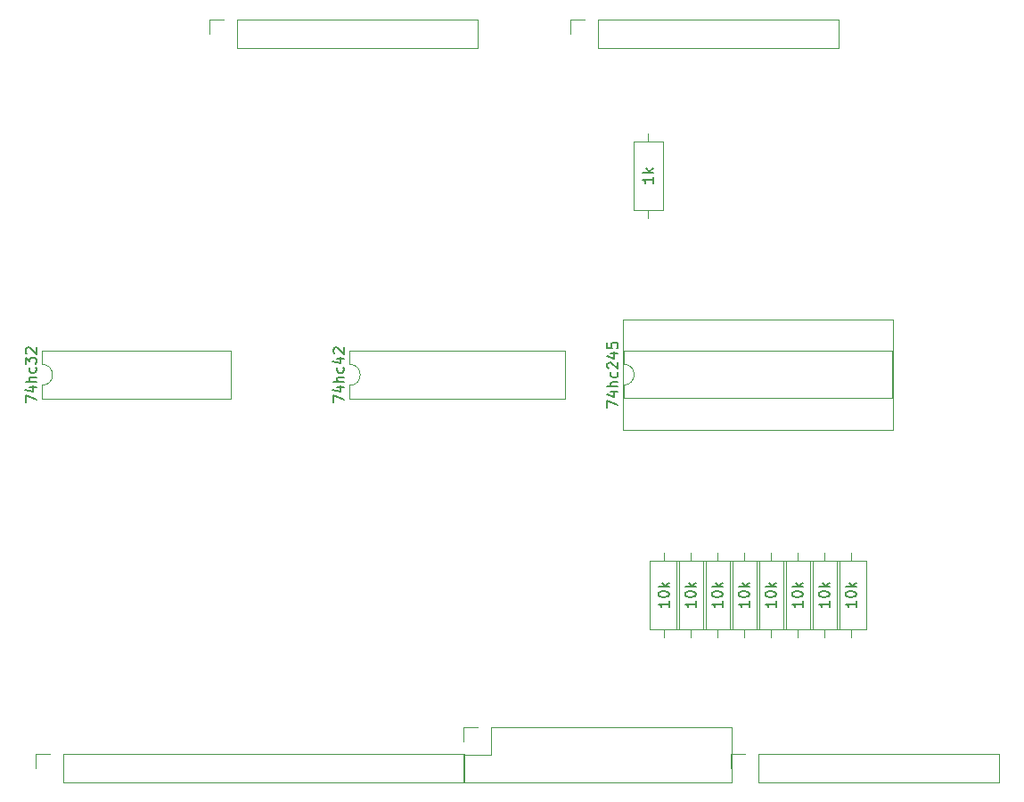
<source format=gbr>
%TF.GenerationSoftware,KiCad,Pcbnew,6.0.11+dfsg-1*%
%TF.CreationDate,2025-10-31T09:44:41+01:00*%
%TF.ProjectId,basematrice,62617365-6d61-4747-9269-63652e6b6963,rev?*%
%TF.SameCoordinates,Original*%
%TF.FileFunction,Legend,Top*%
%TF.FilePolarity,Positive*%
%FSLAX46Y46*%
G04 Gerber Fmt 4.6, Leading zero omitted, Abs format (unit mm)*
G04 Created by KiCad (PCBNEW 6.0.11+dfsg-1) date 2025-10-31 09:44:41*
%MOMM*%
%LPD*%
G01*
G04 APERTURE LIST*
%ADD10C,0.150000*%
%ADD11C,0.120000*%
G04 APERTURE END LIST*
D10*
%TO.C,74hc32*%
X94272380Y-99812857D02*
X94272380Y-99146190D01*
X95272380Y-99574761D01*
X94605714Y-98336666D02*
X95272380Y-98336666D01*
X94224761Y-98574761D02*
X94939047Y-98812857D01*
X94939047Y-98193809D01*
X95272380Y-97812857D02*
X94272380Y-97812857D01*
X95272380Y-97384285D02*
X94748571Y-97384285D01*
X94653333Y-97431904D01*
X94605714Y-97527142D01*
X94605714Y-97670000D01*
X94653333Y-97765238D01*
X94700952Y-97812857D01*
X95224761Y-96479523D02*
X95272380Y-96574761D01*
X95272380Y-96765238D01*
X95224761Y-96860476D01*
X95177142Y-96908095D01*
X95081904Y-96955714D01*
X94796190Y-96955714D01*
X94700952Y-96908095D01*
X94653333Y-96860476D01*
X94605714Y-96765238D01*
X94605714Y-96574761D01*
X94653333Y-96479523D01*
X94272380Y-96146190D02*
X94272380Y-95527142D01*
X94653333Y-95860476D01*
X94653333Y-95717619D01*
X94700952Y-95622380D01*
X94748571Y-95574761D01*
X94843809Y-95527142D01*
X95081904Y-95527142D01*
X95177142Y-95574761D01*
X95224761Y-95622380D01*
X95272380Y-95717619D01*
X95272380Y-96003333D01*
X95224761Y-96098571D01*
X95177142Y-96146190D01*
X94367619Y-95146190D02*
X94320000Y-95098571D01*
X94272380Y-95003333D01*
X94272380Y-94765238D01*
X94320000Y-94670000D01*
X94367619Y-94622380D01*
X94462857Y-94574761D01*
X94558095Y-94574761D01*
X94700952Y-94622380D01*
X95272380Y-95193809D01*
X95272380Y-94574761D01*
%TO.C,10k*%
X165552380Y-118705238D02*
X165552380Y-119276666D01*
X165552380Y-118990952D02*
X164552380Y-118990952D01*
X164695238Y-119086190D01*
X164790476Y-119181428D01*
X164838095Y-119276666D01*
X164552380Y-118086190D02*
X164552380Y-117990952D01*
X164600000Y-117895714D01*
X164647619Y-117848095D01*
X164742857Y-117800476D01*
X164933333Y-117752857D01*
X165171428Y-117752857D01*
X165361904Y-117800476D01*
X165457142Y-117848095D01*
X165504761Y-117895714D01*
X165552380Y-117990952D01*
X165552380Y-118086190D01*
X165504761Y-118181428D01*
X165457142Y-118229047D01*
X165361904Y-118276666D01*
X165171428Y-118324285D01*
X164933333Y-118324285D01*
X164742857Y-118276666D01*
X164647619Y-118229047D01*
X164600000Y-118181428D01*
X164552380Y-118086190D01*
X165552380Y-117324285D02*
X164552380Y-117324285D01*
X165171428Y-117229047D02*
X165552380Y-116943333D01*
X164885714Y-116943333D02*
X165266666Y-117324285D01*
%TO.C,1k*%
X153868380Y-78351047D02*
X153868380Y-78922476D01*
X153868380Y-78636761D02*
X152868380Y-78636761D01*
X153011238Y-78732000D01*
X153106476Y-78827238D01*
X153154095Y-78922476D01*
X153868380Y-77922476D02*
X152868380Y-77922476D01*
X153487428Y-77827238D02*
X153868380Y-77541523D01*
X153201714Y-77541523D02*
X153582666Y-77922476D01*
%TO.C,10k*%
X155392380Y-118705238D02*
X155392380Y-119276666D01*
X155392380Y-118990952D02*
X154392380Y-118990952D01*
X154535238Y-119086190D01*
X154630476Y-119181428D01*
X154678095Y-119276666D01*
X154392380Y-118086190D02*
X154392380Y-117990952D01*
X154440000Y-117895714D01*
X154487619Y-117848095D01*
X154582857Y-117800476D01*
X154773333Y-117752857D01*
X155011428Y-117752857D01*
X155201904Y-117800476D01*
X155297142Y-117848095D01*
X155344761Y-117895714D01*
X155392380Y-117990952D01*
X155392380Y-118086190D01*
X155344761Y-118181428D01*
X155297142Y-118229047D01*
X155201904Y-118276666D01*
X155011428Y-118324285D01*
X154773333Y-118324285D01*
X154582857Y-118276666D01*
X154487619Y-118229047D01*
X154440000Y-118181428D01*
X154392380Y-118086190D01*
X155392380Y-117324285D02*
X154392380Y-117324285D01*
X155011428Y-117229047D02*
X155392380Y-116943333D01*
X154725714Y-116943333D02*
X155106666Y-117324285D01*
X168092380Y-118705238D02*
X168092380Y-119276666D01*
X168092380Y-118990952D02*
X167092380Y-118990952D01*
X167235238Y-119086190D01*
X167330476Y-119181428D01*
X167378095Y-119276666D01*
X167092380Y-118086190D02*
X167092380Y-117990952D01*
X167140000Y-117895714D01*
X167187619Y-117848095D01*
X167282857Y-117800476D01*
X167473333Y-117752857D01*
X167711428Y-117752857D01*
X167901904Y-117800476D01*
X167997142Y-117848095D01*
X168044761Y-117895714D01*
X168092380Y-117990952D01*
X168092380Y-118086190D01*
X168044761Y-118181428D01*
X167997142Y-118229047D01*
X167901904Y-118276666D01*
X167711428Y-118324285D01*
X167473333Y-118324285D01*
X167282857Y-118276666D01*
X167187619Y-118229047D01*
X167140000Y-118181428D01*
X167092380Y-118086190D01*
X168092380Y-117324285D02*
X167092380Y-117324285D01*
X167711428Y-117229047D02*
X168092380Y-116943333D01*
X167425714Y-116943333D02*
X167806666Y-117324285D01*
%TO.C,74hc245*%
X149522380Y-100274047D02*
X149522380Y-99607380D01*
X150522380Y-100035952D01*
X149855714Y-98797857D02*
X150522380Y-98797857D01*
X149474761Y-99035952D02*
X150189047Y-99274047D01*
X150189047Y-98655000D01*
X150522380Y-98274047D02*
X149522380Y-98274047D01*
X150522380Y-97845476D02*
X149998571Y-97845476D01*
X149903333Y-97893095D01*
X149855714Y-97988333D01*
X149855714Y-98131190D01*
X149903333Y-98226428D01*
X149950952Y-98274047D01*
X150474761Y-96940714D02*
X150522380Y-97035952D01*
X150522380Y-97226428D01*
X150474761Y-97321666D01*
X150427142Y-97369285D01*
X150331904Y-97416904D01*
X150046190Y-97416904D01*
X149950952Y-97369285D01*
X149903333Y-97321666D01*
X149855714Y-97226428D01*
X149855714Y-97035952D01*
X149903333Y-96940714D01*
X149617619Y-96559761D02*
X149570000Y-96512142D01*
X149522380Y-96416904D01*
X149522380Y-96178809D01*
X149570000Y-96083571D01*
X149617619Y-96035952D01*
X149712857Y-95988333D01*
X149808095Y-95988333D01*
X149950952Y-96035952D01*
X150522380Y-96607380D01*
X150522380Y-95988333D01*
X149855714Y-95131190D02*
X150522380Y-95131190D01*
X149474761Y-95369285D02*
X150189047Y-95607380D01*
X150189047Y-94988333D01*
X149522380Y-94131190D02*
X149522380Y-94607380D01*
X149998571Y-94655000D01*
X149950952Y-94607380D01*
X149903333Y-94512142D01*
X149903333Y-94274047D01*
X149950952Y-94178809D01*
X149998571Y-94131190D01*
X150093809Y-94083571D01*
X150331904Y-94083571D01*
X150427142Y-94131190D01*
X150474761Y-94178809D01*
X150522380Y-94274047D01*
X150522380Y-94512142D01*
X150474761Y-94607380D01*
X150427142Y-94655000D01*
%TO.C,10k*%
X163012380Y-118705238D02*
X163012380Y-119276666D01*
X163012380Y-118990952D02*
X162012380Y-118990952D01*
X162155238Y-119086190D01*
X162250476Y-119181428D01*
X162298095Y-119276666D01*
X162012380Y-118086190D02*
X162012380Y-117990952D01*
X162060000Y-117895714D01*
X162107619Y-117848095D01*
X162202857Y-117800476D01*
X162393333Y-117752857D01*
X162631428Y-117752857D01*
X162821904Y-117800476D01*
X162917142Y-117848095D01*
X162964761Y-117895714D01*
X163012380Y-117990952D01*
X163012380Y-118086190D01*
X162964761Y-118181428D01*
X162917142Y-118229047D01*
X162821904Y-118276666D01*
X162631428Y-118324285D01*
X162393333Y-118324285D01*
X162202857Y-118276666D01*
X162107619Y-118229047D01*
X162060000Y-118181428D01*
X162012380Y-118086190D01*
X163012380Y-117324285D02*
X162012380Y-117324285D01*
X162631428Y-117229047D02*
X163012380Y-116943333D01*
X162345714Y-116943333D02*
X162726666Y-117324285D01*
%TO.C,74hc42*%
X123502380Y-99812857D02*
X123502380Y-99146190D01*
X124502380Y-99574761D01*
X123835714Y-98336666D02*
X124502380Y-98336666D01*
X123454761Y-98574761D02*
X124169047Y-98812857D01*
X124169047Y-98193809D01*
X124502380Y-97812857D02*
X123502380Y-97812857D01*
X124502380Y-97384285D02*
X123978571Y-97384285D01*
X123883333Y-97431904D01*
X123835714Y-97527142D01*
X123835714Y-97670000D01*
X123883333Y-97765238D01*
X123930952Y-97812857D01*
X124454761Y-96479523D02*
X124502380Y-96574761D01*
X124502380Y-96765238D01*
X124454761Y-96860476D01*
X124407142Y-96908095D01*
X124311904Y-96955714D01*
X124026190Y-96955714D01*
X123930952Y-96908095D01*
X123883333Y-96860476D01*
X123835714Y-96765238D01*
X123835714Y-96574761D01*
X123883333Y-96479523D01*
X123835714Y-95622380D02*
X124502380Y-95622380D01*
X123454761Y-95860476D02*
X124169047Y-96098571D01*
X124169047Y-95479523D01*
X123597619Y-95146190D02*
X123550000Y-95098571D01*
X123502380Y-95003333D01*
X123502380Y-94765238D01*
X123550000Y-94670000D01*
X123597619Y-94622380D01*
X123692857Y-94574761D01*
X123788095Y-94574761D01*
X123930952Y-94622380D01*
X124502380Y-95193809D01*
X124502380Y-94574761D01*
%TO.C,10k*%
X160472380Y-118705238D02*
X160472380Y-119276666D01*
X160472380Y-118990952D02*
X159472380Y-118990952D01*
X159615238Y-119086190D01*
X159710476Y-119181428D01*
X159758095Y-119276666D01*
X159472380Y-118086190D02*
X159472380Y-117990952D01*
X159520000Y-117895714D01*
X159567619Y-117848095D01*
X159662857Y-117800476D01*
X159853333Y-117752857D01*
X160091428Y-117752857D01*
X160281904Y-117800476D01*
X160377142Y-117848095D01*
X160424761Y-117895714D01*
X160472380Y-117990952D01*
X160472380Y-118086190D01*
X160424761Y-118181428D01*
X160377142Y-118229047D01*
X160281904Y-118276666D01*
X160091428Y-118324285D01*
X159853333Y-118324285D01*
X159662857Y-118276666D01*
X159567619Y-118229047D01*
X159520000Y-118181428D01*
X159472380Y-118086190D01*
X160472380Y-117324285D02*
X159472380Y-117324285D01*
X160091428Y-117229047D02*
X160472380Y-116943333D01*
X159805714Y-116943333D02*
X160186666Y-117324285D01*
X157932380Y-118705238D02*
X157932380Y-119276666D01*
X157932380Y-118990952D02*
X156932380Y-118990952D01*
X157075238Y-119086190D01*
X157170476Y-119181428D01*
X157218095Y-119276666D01*
X156932380Y-118086190D02*
X156932380Y-117990952D01*
X156980000Y-117895714D01*
X157027619Y-117848095D01*
X157122857Y-117800476D01*
X157313333Y-117752857D01*
X157551428Y-117752857D01*
X157741904Y-117800476D01*
X157837142Y-117848095D01*
X157884761Y-117895714D01*
X157932380Y-117990952D01*
X157932380Y-118086190D01*
X157884761Y-118181428D01*
X157837142Y-118229047D01*
X157741904Y-118276666D01*
X157551428Y-118324285D01*
X157313333Y-118324285D01*
X157122857Y-118276666D01*
X157027619Y-118229047D01*
X156980000Y-118181428D01*
X156932380Y-118086190D01*
X157932380Y-117324285D02*
X156932380Y-117324285D01*
X157551428Y-117229047D02*
X157932380Y-116943333D01*
X157265714Y-116943333D02*
X157646666Y-117324285D01*
X173172380Y-118705238D02*
X173172380Y-119276666D01*
X173172380Y-118990952D02*
X172172380Y-118990952D01*
X172315238Y-119086190D01*
X172410476Y-119181428D01*
X172458095Y-119276666D01*
X172172380Y-118086190D02*
X172172380Y-117990952D01*
X172220000Y-117895714D01*
X172267619Y-117848095D01*
X172362857Y-117800476D01*
X172553333Y-117752857D01*
X172791428Y-117752857D01*
X172981904Y-117800476D01*
X173077142Y-117848095D01*
X173124761Y-117895714D01*
X173172380Y-117990952D01*
X173172380Y-118086190D01*
X173124761Y-118181428D01*
X173077142Y-118229047D01*
X172981904Y-118276666D01*
X172791428Y-118324285D01*
X172553333Y-118324285D01*
X172362857Y-118276666D01*
X172267619Y-118229047D01*
X172220000Y-118181428D01*
X172172380Y-118086190D01*
X173172380Y-117324285D02*
X172172380Y-117324285D01*
X172791428Y-117229047D02*
X173172380Y-116943333D01*
X172505714Y-116943333D02*
X172886666Y-117324285D01*
X170632380Y-118705238D02*
X170632380Y-119276666D01*
X170632380Y-118990952D02*
X169632380Y-118990952D01*
X169775238Y-119086190D01*
X169870476Y-119181428D01*
X169918095Y-119276666D01*
X169632380Y-118086190D02*
X169632380Y-117990952D01*
X169680000Y-117895714D01*
X169727619Y-117848095D01*
X169822857Y-117800476D01*
X170013333Y-117752857D01*
X170251428Y-117752857D01*
X170441904Y-117800476D01*
X170537142Y-117848095D01*
X170584761Y-117895714D01*
X170632380Y-117990952D01*
X170632380Y-118086190D01*
X170584761Y-118181428D01*
X170537142Y-118229047D01*
X170441904Y-118276666D01*
X170251428Y-118324285D01*
X170013333Y-118324285D01*
X169822857Y-118276666D01*
X169727619Y-118229047D01*
X169680000Y-118181428D01*
X169632380Y-118086190D01*
X170632380Y-117324285D02*
X169632380Y-117324285D01*
X170251428Y-117229047D02*
X170632380Y-116943333D01*
X169965714Y-116943333D02*
X170346666Y-117324285D01*
D11*
%TO.C,74hc32*%
X95820000Y-98170000D02*
X95820000Y-99420000D01*
X95820000Y-94920000D02*
X95820000Y-96170000D01*
X113720000Y-99420000D02*
X113720000Y-94920000D01*
X95820000Y-99420000D02*
X113720000Y-99420000D01*
X113720000Y-94920000D02*
X95820000Y-94920000D01*
X95820000Y-98170000D02*
G75*
G03*
X95820000Y-96170000I0J1000000D01*
G01*
%TO.C,REF\u002A\u002A*%
X95220000Y-134600000D02*
X95220000Y-133270000D01*
X97820000Y-135930000D02*
X135980000Y-135930000D01*
X97820000Y-135930000D02*
X97820000Y-133270000D01*
X135980000Y-135930000D02*
X135980000Y-133270000D01*
X95220000Y-133270000D02*
X96550000Y-133270000D01*
X97820000Y-133270000D02*
X135980000Y-133270000D01*
%TO.C,10k*%
X165100000Y-122150000D02*
X165100000Y-121380000D01*
X166470000Y-121380000D02*
X166470000Y-114840000D01*
X166470000Y-114840000D02*
X163730000Y-114840000D01*
X163730000Y-114840000D02*
X163730000Y-121380000D01*
X163730000Y-121380000D02*
X166470000Y-121380000D01*
X165100000Y-114070000D02*
X165100000Y-114840000D01*
%TO.C,1k*%
X153416000Y-74192000D02*
X153416000Y-74962000D01*
X152046000Y-74962000D02*
X152046000Y-81502000D01*
X152046000Y-81502000D02*
X154786000Y-81502000D01*
X154786000Y-81502000D02*
X154786000Y-74962000D01*
X154786000Y-74962000D02*
X152046000Y-74962000D01*
X153416000Y-82272000D02*
X153416000Y-81502000D01*
%TO.C,REF\u002A\u002A*%
X137250000Y-66075000D02*
X137250000Y-63415000D01*
X111730000Y-64745000D02*
X111730000Y-63415000D01*
X111730000Y-63415000D02*
X113060000Y-63415000D01*
X114330000Y-66075000D02*
X137250000Y-66075000D01*
X114330000Y-63415000D02*
X137250000Y-63415000D01*
X114330000Y-66075000D02*
X114330000Y-63415000D01*
%TO.C,10k*%
X154940000Y-122150000D02*
X154940000Y-121380000D01*
X156310000Y-121380000D02*
X156310000Y-114840000D01*
X156310000Y-114840000D02*
X153570000Y-114840000D01*
X153570000Y-114840000D02*
X153570000Y-121380000D01*
X153570000Y-121380000D02*
X156310000Y-121380000D01*
X154940000Y-114070000D02*
X154940000Y-114840000D01*
X167640000Y-122150000D02*
X167640000Y-121380000D01*
X169010000Y-121380000D02*
X169010000Y-114840000D01*
X169010000Y-114840000D02*
X166270000Y-114840000D01*
X166270000Y-114840000D02*
X166270000Y-121380000D01*
X166270000Y-121380000D02*
X169010000Y-121380000D01*
X167640000Y-114070000D02*
X167640000Y-114840000D01*
%TO.C,74hc245*%
X176650000Y-102405000D02*
X176650000Y-91905000D01*
X176590000Y-94905000D02*
X151070000Y-94905000D01*
X176590000Y-99405000D02*
X176590000Y-94905000D01*
X151070000Y-98155000D02*
X151070000Y-99405000D01*
X151070000Y-99405000D02*
X176590000Y-99405000D01*
X151070000Y-94905000D02*
X151070000Y-96155000D01*
X151010000Y-91905000D02*
X151010000Y-102405000D01*
X176650000Y-91905000D02*
X151010000Y-91905000D01*
X151010000Y-102405000D02*
X176650000Y-102405000D01*
X151070000Y-98155000D02*
G75*
G03*
X151070000Y-96155000I0J1000000D01*
G01*
%TO.C,10k*%
X162560000Y-122150000D02*
X162560000Y-121380000D01*
X163930000Y-121380000D02*
X163930000Y-114840000D01*
X163930000Y-114840000D02*
X161190000Y-114840000D01*
X161190000Y-114840000D02*
X161190000Y-121380000D01*
X161190000Y-121380000D02*
X163930000Y-121380000D01*
X162560000Y-114070000D02*
X162560000Y-114840000D01*
%TO.C,REF\u002A\u002A*%
X163860000Y-135930000D02*
X186780000Y-135930000D01*
X161260000Y-133270000D02*
X162590000Y-133270000D01*
X161260000Y-134600000D02*
X161260000Y-133270000D01*
X163860000Y-135930000D02*
X163860000Y-133270000D01*
X186780000Y-135930000D02*
X186780000Y-133270000D01*
X163860000Y-133270000D02*
X186780000Y-133270000D01*
%TO.C,74hc42*%
X125050000Y-98170000D02*
X125050000Y-99420000D01*
X125050000Y-94920000D02*
X125050000Y-96170000D01*
X125050000Y-99420000D02*
X145490000Y-99420000D01*
X145490000Y-94920000D02*
X125050000Y-94920000D01*
X145490000Y-99420000D02*
X145490000Y-94920000D01*
X125050000Y-98170000D02*
G75*
G03*
X125050000Y-96170000I0J1000000D01*
G01*
%TO.C,10k*%
X160020000Y-122150000D02*
X160020000Y-121380000D01*
X161390000Y-121380000D02*
X161390000Y-114840000D01*
X161390000Y-114840000D02*
X158650000Y-114840000D01*
X158650000Y-114840000D02*
X158650000Y-121380000D01*
X158650000Y-121380000D02*
X161390000Y-121380000D01*
X160020000Y-114070000D02*
X160020000Y-114840000D01*
X157480000Y-122150000D02*
X157480000Y-121380000D01*
X158850000Y-121380000D02*
X158850000Y-114840000D01*
X158850000Y-114840000D02*
X156110000Y-114840000D01*
X156110000Y-114840000D02*
X156110000Y-121380000D01*
X156110000Y-121380000D02*
X158850000Y-121380000D01*
X157480000Y-114070000D02*
X157480000Y-114840000D01*
X172720000Y-122150000D02*
X172720000Y-121380000D01*
X174090000Y-121380000D02*
X174090000Y-114840000D01*
X174090000Y-114840000D02*
X171350000Y-114840000D01*
X171350000Y-114840000D02*
X171350000Y-121380000D01*
X171350000Y-121380000D02*
X174090000Y-121380000D01*
X172720000Y-114070000D02*
X172720000Y-114840000D01*
X170180000Y-122150000D02*
X170180000Y-121380000D01*
X171550000Y-121380000D02*
X171550000Y-114840000D01*
X171550000Y-114840000D02*
X168810000Y-114840000D01*
X168810000Y-114840000D02*
X168810000Y-121380000D01*
X168810000Y-121380000D02*
X171550000Y-121380000D01*
X170180000Y-114070000D02*
X170180000Y-114840000D01*
%TO.C,REF\u002A\u002A*%
X148620000Y-66075000D02*
X171540000Y-66075000D01*
X146020000Y-63415000D02*
X147350000Y-63415000D01*
X146020000Y-64745000D02*
X146020000Y-63415000D01*
X148620000Y-66075000D02*
X148620000Y-63415000D01*
X171540000Y-66075000D02*
X171540000Y-63415000D01*
X148620000Y-63415000D02*
X171540000Y-63415000D01*
X135860000Y-135930000D02*
X135860000Y-133330000D01*
X161380000Y-135930000D02*
X161380000Y-130730000D01*
X138460000Y-130730000D02*
X161380000Y-130730000D01*
X138460000Y-133330000D02*
X138460000Y-130730000D01*
X135860000Y-130730000D02*
X137190000Y-130730000D01*
X135860000Y-135930000D02*
X161380000Y-135930000D01*
X135860000Y-133330000D02*
X138460000Y-133330000D01*
X135860000Y-132060000D02*
X135860000Y-130730000D01*
%TD*%
M02*

</source>
